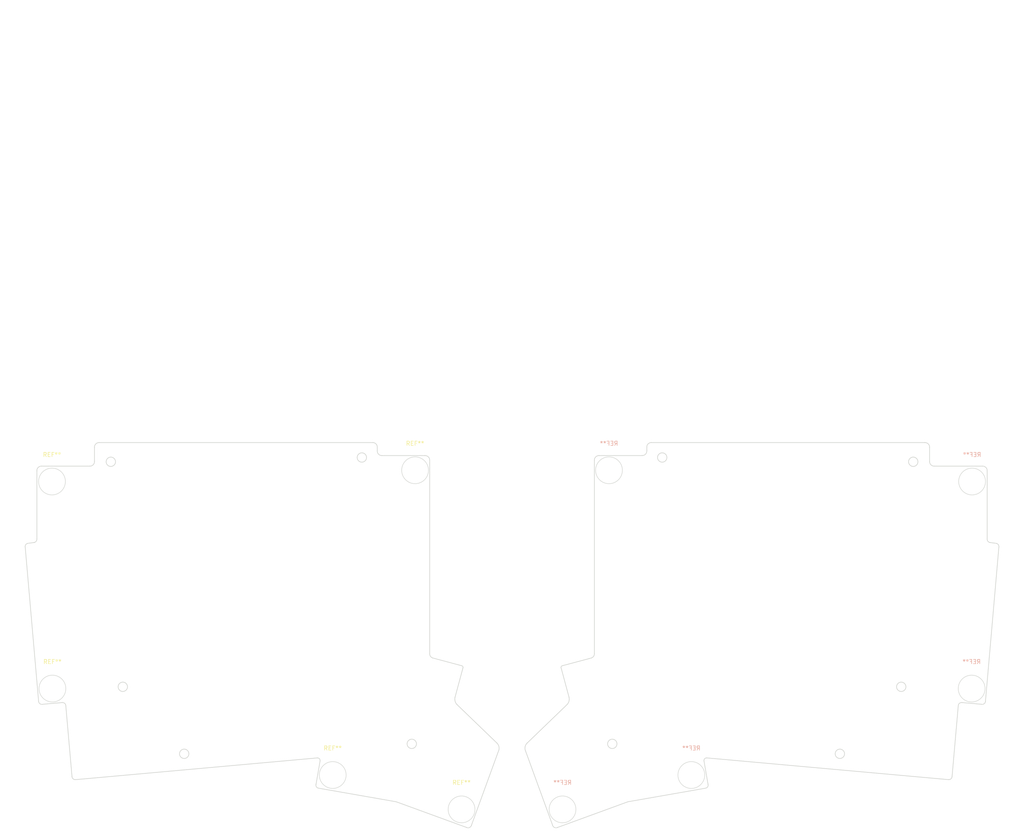
<source format=kicad_pcb>
(kicad_pcb (version 20221018) (generator pcbnew)
  (layers (0 "F.Cu" signal) (31 "B.Cu" signal) (34 "B.Paste" user) (35 "F.Paste" user) (36 "B.SilkS" user "B.Silkscreen") (37 "F.SilkS" user "F.Silkscreen") (38 "B.Mask" user) (39 "F.Mask" user) (44 "Edge.Cuts" user))
  (net 0 "")
  (footprint "jw_custom_footprint:MountingHole_6.3mm_M6_cutout" (layer "F.Cu") (at 96.9386 142.065186)
    (fp_text reference "REF**" (at 0 -6.3) (layer "F.SilkS"))
    (fp_text value "MountingHole_6.3mm_M6_cutout")
    (fp_circle (center 0 0) (end 3.15 0) (stroke (width 0.12)) (fill none) (layer "Edge.Cuts"))
  )
  (footprint "jw_custom_footprint:MountingHole_2.2mm_M2_cutout" (layer "F.Cu") (at 103.782586 67.431096)
    (fp_text reference "TH1" hide)
    (fp_text value "HOLE")
    (fp_circle (center 0 0) (end 1.1 0) (stroke (width 0.15)) (fill none) (layer "Edge.Cuts"))
  )
  (footprint "jw_custom_footprint:MountingHole_6.3mm_M6_cutout" (layer "F.Cu") (at 127.2154 150.142386)
    (fp_text reference "REF**" (at 0 -6.3) (layer "F.SilkS"))
    (fp_text value "MountingHole_6.3mm_M6_cutout")
    (fp_circle (center 0 0) (end 3.15 0) (stroke (width 0.12)) (fill none) (layer "Edge.Cuts"))
  )
  (footprint "jw_custom_footprint:MountingHole_6.3mm_M6_cutout" (layer "F.Cu") (at 116.2934 70.437186)
    (fp_text reference "REF**" (at 0 -6.3) (layer "F.SilkS"))
    (fp_text value "MountingHole_6.3mm_M6_cutout")
    (fp_circle (center 0 0) (end 3.15 0) (stroke (width 0.12)) (fill none) (layer "Edge.Cuts"))
  )
  (footprint "jw_custom_footprint:MountingHole_2.2mm_M2_cutout" (layer "F.Cu") (at 62.024986 137.077896)
    (fp_text reference "TH3" hide)
    (fp_text value "HOLE")
    (fp_circle (center 0 0) (end 1.1 0) (stroke (width 0.15)) (fill none) (layer "Edge.Cuts"))
  )
  (footprint "jw_custom_footprint:MountingHole_2.2mm_M2_cutout" (layer "F.Cu") (at 115.517386 134.741096)
    (fp_text reference "TH5" hide)
    (fp_text value "HOLE")
    (fp_circle (center 0 0) (end 1.1 0) (stroke (width 0.15)) (fill none) (layer "Edge.Cuts"))
  )
  (footprint "jw_custom_footprint:MountingHole_6.3mm_M6_cutout" (layer "F.Cu") (at 31.051 121.745186)
    (fp_text reference "REF**" (at 0 -6.3) (layer "F.SilkS"))
    (fp_text value "MountingHole_6.3mm_M6_cutout")
    (fp_circle (center 0 0) (end 3.15 0) (stroke (width 0.12)) (fill none) (layer "Edge.Cuts"))
  )
  (footprint "jw_custom_footprint:MountingHole_2.2mm_M2_cutout" (layer "F.Cu") (at 47.597786 121.329896)
    (fp_text reference "TH6" hide)
    (fp_text value "HOLE")
    (fp_circle (center 0 0) (end 1.1 0) (stroke (width 0.15)) (fill none) (layer "Edge.Cuts"))
  )
  (footprint "jw_custom_footprint:MountingHole_6.3mm_M6_cutout" (layer "F.Cu") (at 30.9494 73.078786)
    (fp_text reference "REF**" (at 0 -6.3) (layer "F.SilkS"))
    (fp_text value "MountingHole_6.3mm_M6_cutout")
    (fp_circle (center 0 0) (end 3.15 0) (stroke (width 0.12)) (fill none) (layer "Edge.Cuts"))
  )
  (footprint "jw_custom_footprint:MountingHole_2.2mm_M2_cutout" (layer "F.Cu") (at 44.778386 68.43751)
    (fp_text reference "TH2" hide)
    (fp_text value "HOLE")
    (fp_circle (center 0 0) (end 1.1 0) (stroke (width 0.15)) (fill none) (layer "Edge.Cuts"))
  )
  (footprint "jw_custom_footprint:MountingHole_6.3mm_M6_cutout" (layer "B.Cu") (at 247.1138 121.745186 180)
    (fp_text reference "REF**" (at 0 6.3) (layer "B.SilkS") (effects (justify mirror)))
    (fp_text value "MountingHole_6.3mm_M6_cutout")
    (fp_circle (center 0 0) (end 3.15 0) (stroke (width 0.12)) (fill none) (layer "Edge.Cuts"))
  )
  (footprint "jw_custom_footprint:MountingHole_6.3mm_M6_cutout" (layer "B.Cu") (at 150.9494 150.142386 180)
    (fp_text reference "REF**" (at 0 6.3) (layer "B.SilkS") (effects (justify mirror)))
    (fp_text value "MountingHole_6.3mm_M6_cutout")
    (fp_circle (center 0 0) (end 3.15 0) (stroke (width 0.12)) (fill none) (layer "Edge.Cuts"))
  )
  (footprint "jw_custom_footprint:MountingHole_6.3mm_M6_cutout" (layer "B.Cu") (at 247.2154 73.078786 180)
    (fp_text reference "REF**" (at 0 6.3) (layer "B.SilkS") (effects (justify mirror)))
    (fp_text value "MountingHole_6.3mm_M6_cutout")
    (fp_circle (center 0 0) (end 3.15 0) (stroke (width 0.12)) (fill none) (layer "Edge.Cuts"))
  )
  (footprint "jw_custom_footprint:MountingHole_2.2mm_M2_cutout" (layer "B.Cu") (at 230.567014 121.329896 180)
    (fp_text reference "TH6" hide)
    (fp_text value "HOLE")
    (fp_circle (center 0 0) (end 1.1 0) (stroke (width 0.15)) (fill none) (layer "Edge.Cuts"))
  )
  (footprint "jw_custom_footprint:MountingHole_6.3mm_M6_cutout" (layer "B.Cu") (at 181.2262 142.065186 180)
    (fp_text reference "REF**" (at 0 6.3) (layer "B.SilkS") (effects (justify mirror)))
    (fp_text value "MountingHole_6.3mm_M6_cutout")
    (fp_circle (center 0 0) (end 3.15 0) (stroke (width 0.12)) (fill none) (layer "Edge.Cuts"))
  )
  (footprint "jw_custom_footprint:MountingHole_2.2mm_M2_cutout" (layer "B.Cu") (at 216.139814 137.077896 180)
    (fp_text reference "TH3" hide)
    (fp_text value "HOLE")
    (fp_circle (center 0 0) (end 1.1 0) (stroke (width 0.15)) (fill none) (layer "Edge.Cuts"))
  )
  (footprint "jw_custom_footprint:MountingHole_6.3mm_M6_cutout" (layer "B.Cu") (at 161.8714 70.437186 180)
    (fp_text reference "REF**" (at 0 6.3) (layer "B.SilkS") (effects (justify mirror)))
    (fp_text value "MountingHole_6.3mm_M6_cutout")
    (fp_circle (center 0 0) (end 3.15 0) (stroke (width 0.12)) (fill none) (layer "Edge.Cuts"))
  )
  (footprint "jw_custom_footprint:MountingHole_2.2mm_M2_cutout" (layer "B.Cu") (at 233.386414 68.43751 180)
    (fp_text reference "TH2" hide)
    (fp_text value "HOLE")
    (fp_circle (center 0 0) (end 1.1 0) (stroke (width 0.15)) (fill none) (layer "Edge.Cuts"))
  )
  (footprint "jw_custom_footprint:MountingHole_2.2mm_M2_cutout" (layer "B.Cu") (at 174.382214 67.431096 180)
    (fp_text reference "TH1" hide)
    (fp_text value "HOLE")
    (fp_circle (center 0 0) (end 1.1 0) (stroke (width 0.15)) (fill none) (layer "Edge.Cuts"))
  )
  (footprint "jw_custom_footprint:MountingHole_2.2mm_M2_cutout" (layer "B.Cu") (at 162.647414 134.741096 180)
    (fp_text reference "TH5" hide)
    (fp_text value "HOLE")
    (fp_circle (center 0 0) (end 1.1 0) (stroke (width 0.15)) (fill none) (layer "Edge.Cuts"))
  )
  (gr_line (start 40.934567 65.047496) (end 40.934567 68.345496) (stroke (width 0.15)) (layer "Edge.Cuts"))
  (gr_line (start 93.964515 138.75226) (end 93.012986 144.240696) (stroke (width 0.15)) (layer "Edge.Cuts"))
  (gr_arc (start 184.200285 138.75226) (mid 184.355157 138.244021) (end 184.847014 138.043096) (stroke (width 0.15)) (layer "Edge.Cuts"))
  (gr_arc (start 238.334929 69.46862) (mid 237.539691 69.145963) (end 237.230233 68.345496) (stroke (width 0.15)) (layer "Edge.Cuts"))
  (gr_line (start 125.677386 123.819096) (end 127.545343 116.886247) (stroke (width 0.15)) (layer "Edge.Cuts"))
  (gr_line (start 185.151814 144.240696) (end 184.200285 138.75226) (stroke (width 0.15)) (layer "Edge.Cuts"))
  (gr_line (start 252.868214 87.606297) (end 251.395014 87.415568) (stroke (width 0.15)) (layer "Edge.Cuts"))
  (gr_arc (start 149.744214 154.400696) (mid 149.070186 154.400242) (end 148.626614 153.892696) (stroke (width 0.15)) (layer "Edge.Cuts"))
  (gr_line (start 150.619457 116.886247) (end 152.487414 123.819096) (stroke (width 0.15)) (layer "Edge.Cuts"))
  (gr_arc (start 93.317786 138.043096) (mid 93.809638 138.244024) (end 93.964515 138.75226) (stroke (width 0.15)) (layer "Edge.Cuts"))
  (gr_arc (start 170.76251 65.009038) (mid 171.048284 64.250117) (end 171.791414 63.92551) (stroke (width 0.15)) (layer "Edge.Cuts"))
  (gr_arc (start 242.513558 142.409373) (mid 242.250883 142.958831) (end 241.673257 143.151761) (stroke (width 0.15)) (layer "Edge.Cuts"))
  (gr_line (start 24.649107 88.453329) (end 27.802354 124.719691) (stroke (width 0.15)) (layer "Edge.Cuts"))
  (gr_arc (start 40.934567 68.345496) (mid 40.625115 69.145977) (end 39.829871 69.46862) (stroke (width 0.15)) (layer "Edge.Cuts"))
  (gr_line (start 244.839901 125.035909) (end 249.515414 125.444696) (stroke (width 0.15)) (layer "Edge.Cuts"))
  (gr_arc (start 185.151814 144.240696) (mid 185.07787 144.82346) (end 184.593014 145.155096) (stroke (width 0.15)) (layer "Edge.Cuts"))
  (gr_line (start 184.847014 138.043096) (end 241.673257 143.151761) (stroke (width 0.15)) (layer "Edge.Cuts"))
  (gr_line (start 128.420586 154.400696) (end 111.859786 148.355496) (stroke (width 0.15)) (layer "Edge.Cuts"))
  (gr_line (start 250.769681 86.602768) (end 250.769681 70.529896) (stroke (width 0.15)) (layer "Edge.Cuts"))
  (gr_arc (start 118.614259 66.97942) (mid 119.414533 67.298862) (end 119.734164 68.099097) (stroke (width 0.15)) (layer "Edge.Cuts"))
  (gr_line (start 157.669014 114.573496) (end 150.898857 116.378247) (stroke (width 0.15)) (layer "Edge.Cuts"))
  (gr_line (start 111.859786 148.355496) (end 93.571786 145.155096) (stroke (width 0.15)) (layer "Edge.Cuts"))
  (gr_line (start 126.134586 125.495496) (end 135.524278 134.549542) (stroke (width 0.15)) (layer "Edge.Cuts"))
  (gr_arc (start 108.506986 66.97942) (mid 107.711772 66.656752) (end 107.40229 65.856296) (stroke (width 0.15)) (layer "Edge.Cuts"))
  (gr_arc (start 158.430636 68.099097) (mid 158.750235 67.298832) (end 159.550541 66.97942) (stroke (width 0.15)) (layer "Edge.Cuts"))
  (gr_line (start 107.40229 65.856296) (end 107.40229 65.009038) (stroke (width 0.15)) (layer "Edge.Cuts"))
  (gr_arc (start 150.619457 116.886247) (mid 150.646049 116.570037) (end 150.898857 116.378247) (stroke (width 0.15)) (layer "Edge.Cuts"))
  (gr_line (start 250.362446 124.719691) (end 253.515693 88.453329) (stroke (width 0.15)) (layer "Edge.Cuts"))
  (gr_arc (start 126.134586 125.495496) (mid 125.699059 124.71373) (end 125.677386 123.819096) (stroke (width 0.15)) (layer "Edge.Cuts"))
  (gr_line (start 26.769786 87.415568) (end 25.296586 87.606297) (stroke (width 0.15)) (layer "Edge.Cuts"))
  (gr_line (start 34.195086 125.775682) (end 35.651242 142.409373) (stroke (width 0.15)) (layer "Edge.Cuts"))
  (gr_arc (start 28.649386 125.444696) (mid 28.065966 125.269021) (end 27.802354 124.719691) (stroke (width 0.15)) (layer "Edge.Cuts"))
  (gr_arc (start 243.969714 125.775682) (mid 244.240892 125.212979) (end 244.839901 125.035909) (stroke (width 0.15)) (layer "Edge.Cuts"))
  (gr_arc (start 40.934567 65.047496) (mid 41.244123 64.247438) (end 42.039263 63.92551) (stroke (width 0.15)) (layer "Edge.Cuts"))
  (gr_line (start 42.039263 63.92551) (end 106.373386 63.92551) (stroke (width 0.15)) (layer "Edge.Cuts"))
  (gr_arc (start 33.324899 125.035909) (mid 33.923893 125.212995) (end 34.195086 125.775682) (stroke (width 0.15)) (layer "Edge.Cuts"))
  (gr_arc (start 106.373386 63.92551) (mid 107.116532 64.250132) (end 107.40229 65.009038) (stroke (width 0.15)) (layer "Edge.Cuts"))
  (gr_line (start 184.593014 145.155096) (end 166.305014 148.355496) (stroke (width 0.15)) (layer "Edge.Cuts"))
  (gr_arc (start 170.76251 65.856296) (mid 170.453019 66.656712) (end 169.657814 66.97942) (stroke (width 0.15)) (layer "Edge.Cuts"))
  (gr_line (start 142.183322 136.200542) (end 148.626614 153.892696) (stroke (width 0.15)) (layer "Edge.Cuts"))
  (gr_arc (start 152.487414 123.819096) (mid 152.465733 124.713727) (end 152.030214 125.495496) (stroke (width 0.15)) (layer "Edge.Cuts"))
  (gr_arc (start 249.769414 69.46862) (mid 250.483209 69.797889) (end 250.769681 70.529896) (stroke (width 0.15)) (layer "Edge.Cuts"))
  (gr_arc (start 250.362446 124.719691) (mid 250.09885 125.269042) (end 249.515414 125.444696) (stroke (width 0.15)) (layer "Edge.Cuts"))
  (gr_line (start 142.640522 134.549542) (end 152.030214 125.495496) (stroke (width 0.15)) (layer "Edge.Cuts"))
  (gr_arc (start 127.265943 116.378247) (mid 127.518747 116.57004) (end 127.545343 116.886247) (stroke (width 0.15)) (layer "Edge.Cuts"))
  (gr_line (start 159.550541 66.97942) (end 169.657814 66.97942) (stroke (width 0.15)) (layer "Edge.Cuts"))
  (gr_arc (start 251.395014 87.415568) (mid 250.934742 87.122717) (end 250.769681 86.602768) (stroke (width 0.15)) (layer "Edge.Cuts"))
  (gr_line (start 171.791414 63.92551) (end 236.125537 63.92551) (stroke (width 0.15)) (layer "Edge.Cuts"))
  (gr_line (start 28.649386 125.444696) (end 33.324899 125.035909) (stroke (width 0.15)) (layer "Edge.Cuts"))
  (gr_line (start 129.538186 153.892696) (end 135.981478 136.200542) (stroke (width 0.15)) (layer "Edge.Cuts"))
  (gr_line (start 237.230233 68.345496) (end 237.230233 65.047496) (stroke (width 0.15)) (layer "Edge.Cuts"))
  (gr_arc (start 252.868214 87.606297) (mid 253.364955 87.897562) (end 253.515693 88.453329) (stroke (width 0.15)) (layer "Edge.Cuts"))
  (gr_arc (start 142.183322 136.200542) (mid 142.183763 135.311864) (end 142.640522 134.549542) (stroke (width 0.15)) (layer "Edge.Cuts"))
  (gr_line (start 127.265943 116.378247) (end 120.495786 114.573496) (stroke (width 0.15)) (layer "Edge.Cuts"))
  (gr_arc (start 27.395119 70.529896) (mid 27.681615 69.797892) (end 28.395386 69.46862) (stroke (width 0.15)) (layer "Edge.Cuts"))
  (gr_arc (start 158.431014 113.557496) (mid 158.228162 114.199093) (end 157.669014 114.573496) (stroke (width 0.15)) (layer "Edge.Cuts"))
  (gr_arc (start 129.538186 153.892696) (mid 129.094636 154.40027) (end 128.420586 154.400696) (stroke (width 0.15)) (layer "Edge.Cuts"))
  (gr_arc (start 36.491543 143.151761) (mid 35.913919 142.958797) (end 35.651242 142.409373) (stroke (width 0.15)) (layer "Edge.Cuts"))
  (gr_line (start 170.76251 65.009038) (end 170.76251 65.856296) (stroke (width 0.15)) (layer "Edge.Cuts"))
  (gr_arc (start 24.649107 88.453329) (mid 24.799827 87.897554) (end 25.296586 87.606297) (stroke (width 0.15)) (layer "Edge.Cuts"))
  (gr_arc (start 120.495786 114.573496) (mid 119.936627 114.199124) (end 119.733786 113.557496) (stroke (width 0.15)) (layer "Edge.Cuts"))
  (gr_line (start 27.395119 70.529896) (end 27.395119 86.602768) (stroke (width 0.15)) (layer "Edge.Cuts"))
  (gr_arc (start 135.524278 134.549542) (mid 135.981048 135.311851) (end 135.981478 136.200542) (stroke (width 0.15)) (layer "Edge.Cuts"))
  (gr_line (start 249.769414 69.46862) (end 238.334929 69.46862) (stroke (width 0.15)) (layer "Edge.Cuts"))
  (gr_arc (start 93.571786 145.155096) (mid 93.08694 144.823468) (end 93.012986 144.240696) (stroke (width 0.15)) (layer "Edge.Cuts"))
  (gr_arc (start 27.395119 86.602768) (mid 27.23003 87.122718) (end 26.769786 87.415568) (stroke (width 0.15)) (layer "Edge.Cuts"))
  (gr_line (start 36.491543 143.151761) (end 93.317786 138.043096) (stroke (width 0.15)) (layer "Edge.Cuts"))
  (gr_line (start 166.305014 148.355496) (end 149.744214 154.400696) (stroke (width 0.15)) (layer "Edge.Cuts"))
  (gr_line (start 108.506986 66.97942) (end 118.614259 66.97942) (stroke (width 0.15)) (layer "Edge.Cuts"))
  (gr_line (start 242.513558 142.409373) (end 243.969714 125.775682) (stroke (width 0.15)) (layer "Edge.Cuts"))
  (gr_line (start 158.431014 113.557496) (end 158.431014 68.099097) (stroke (width 0.15)) (layer "Edge.Cuts"))
  (gr_line (start 119.733786 68.099097) (end 119.733786 113.557496) (stroke (width 0.15)) (layer "Edge.Cuts"))
  (gr_line (start 39.829871 69.46862) (end 28.395386 69.46862) (stroke (width 0.15)) (layer "Edge.Cuts"))
  (gr_arc (start 236.125537 63.92551) (mid 236.920697 64.247441) (end 237.230233 65.047496) (stroke (width 0.15)) (layer "Edge.Cuts"))
)
</source>
